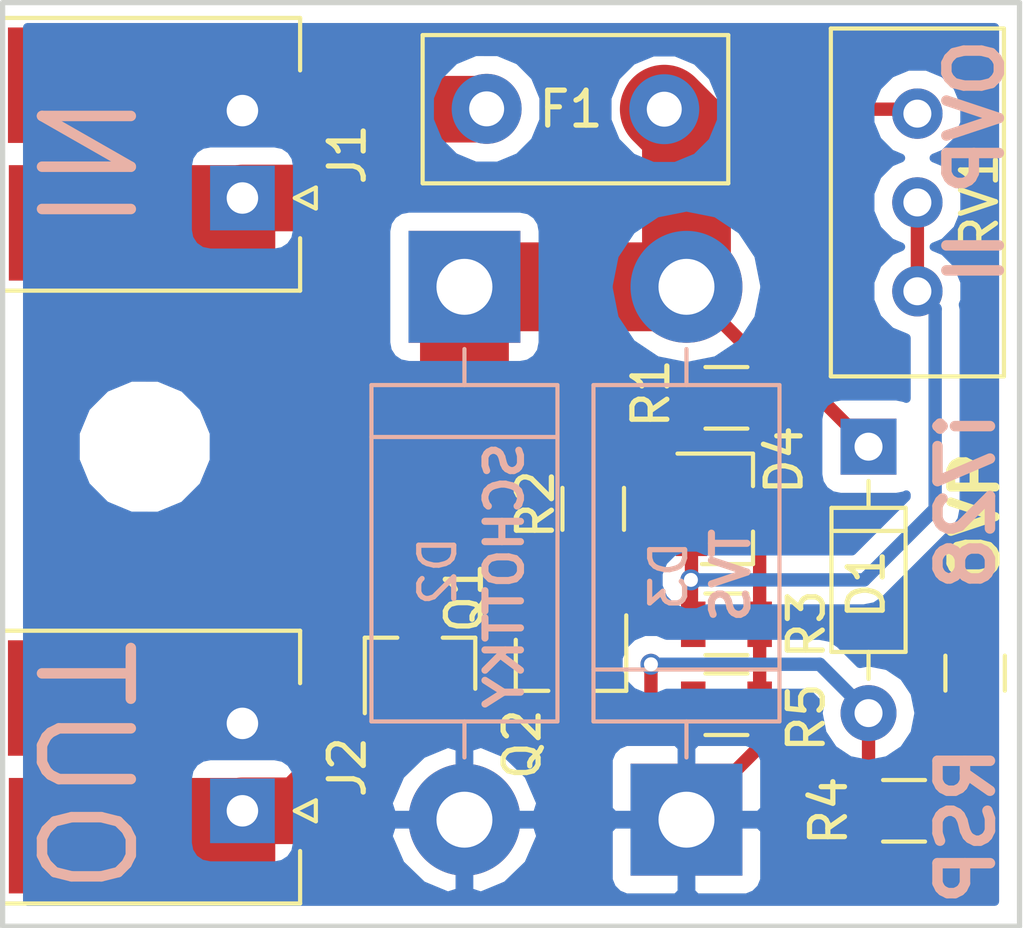
<source format=kicad_pcb>
(kicad_pcb (version 4) (host pcbnew 4.0.7)

  (general
    (links 31)
    (no_connects 0)
    (area 109.981429 102.097 143.209 129.615001)
    (thickness 1.6)
    (drawings 11)
    (tracks 60)
    (zones 0)
    (modules 17)
    (nets 10)
  )

  (page A4)
  (layers
    (0 F.Cu signal hide)
    (31 B.Cu signal hide)
    (32 B.Adhes user)
    (33 F.Adhes user)
    (34 B.Paste user)
    (35 F.Paste user)
    (36 B.SilkS user)
    (37 F.SilkS user hide)
    (38 B.Mask user)
    (39 F.Mask user)
    (40 Dwgs.User user)
    (41 Cmts.User user)
    (42 Eco1.User user)
    (43 Eco2.User user)
    (44 Edge.Cuts user)
    (45 Margin user)
    (46 B.CrtYd user)
    (47 F.CrtYd user)
    (48 B.Fab user hide)
    (49 F.Fab user hide)
  )

  (setup
    (last_trace_width 0.25)
    (user_trace_width 0.254)
    (user_trace_width 0.381)
    (user_trace_width 0.635)
    (user_trace_width 1.27)
    (user_trace_width 1.905)
    (user_trace_width 2.54)
    (trace_clearance 0.2)
    (zone_clearance 0.508)
    (zone_45_only no)
    (trace_min 0.2)
    (segment_width 0.2)
    (edge_width 0.15)
    (via_size 0.6)
    (via_drill 0.4)
    (via_min_size 0.4)
    (via_min_drill 0.3)
    (uvia_size 0.3)
    (uvia_drill 0.1)
    (uvias_allowed no)
    (uvia_min_size 0.2)
    (uvia_min_drill 0.1)
    (pcb_text_width 0.3)
    (pcb_text_size 1.5 1.5)
    (mod_edge_width 0.15)
    (mod_text_size 1 1)
    (mod_text_width 0.15)
    (pad_size 4.5 3.3)
    (pad_drill 0)
    (pad_to_mask_clearance 0.2)
    (aux_axis_origin 0 0)
    (grid_origin 120.904 108.712)
    (visible_elements 7FFEFFFF)
    (pcbplotparams
      (layerselection 0x010f0_80000001)
      (usegerberextensions true)
      (excludeedgelayer true)
      (linewidth 0.100000)
      (plotframeref false)
      (viasonmask false)
      (mode 1)
      (useauxorigin false)
      (hpglpennumber 1)
      (hpglpenspeed 20)
      (hpglpendiameter 15)
      (hpglpenoverlay 2)
      (psnegative false)
      (psa4output false)
      (plotreference true)
      (plotvalue true)
      (plotinvisibletext false)
      (padsonsilk false)
      (subtractmaskfromsilk false)
      (outputformat 1)
      (mirror false)
      (drillshape 0)
      (scaleselection 1)
      (outputdirectory ""))
  )

  (net 0 "")
  (net 1 "Net-(D1-Pad2)")
  (net 2 "Net-(D1-Pad1)")
  (net 3 "Net-(F1-Pad2)")
  (net 4 "Net-(D2-Pad2)")
  (net 5 "Net-(D4-Pad1)")
  (net 6 "Net-(D4-Pad2)")
  (net 7 "Net-(D5-Pad2)")
  (net 8 "Net-(J2-Pad1)")
  (net 9 "Net-(Q2-Pad1)")

  (net_class Default "This is the default net class."
    (clearance 0.2)
    (trace_width 0.25)
    (via_dia 0.6)
    (via_drill 0.4)
    (uvia_dia 0.3)
    (uvia_drill 0.1)
    (add_net "Net-(D1-Pad1)")
    (add_net "Net-(D1-Pad2)")
    (add_net "Net-(D2-Pad2)")
    (add_net "Net-(D4-Pad1)")
    (add_net "Net-(D4-Pad2)")
    (add_net "Net-(D5-Pad2)")
    (add_net "Net-(F1-Pad2)")
    (add_net "Net-(J2-Pad1)")
    (add_net "Net-(Q2-Pad1)")
  )

  (module Resistors_SMD:R_0805 (layer F.Cu) (tedit 5B5CFDD3) (tstamp 5A9370A8)
    (at 134.747 120.904)
    (descr "Resistor SMD 0805, reflow soldering, Vishay (see dcrcw.pdf)")
    (tags "resistor 0805")
    (path /5A935234)
    (attr smd)
    (fp_text reference R3 (at 2.286 0 90) (layer F.SilkS)
      (effects (font (size 1 1) (thickness 0.15)))
    )
    (fp_text value 2K2 (at 2.032 0 90) (layer F.Fab)
      (effects (font (size 1 1) (thickness 0.15)))
    )
    (fp_text user %R (at 0 0) (layer F.Fab)
      (effects (font (size 0.5 0.5) (thickness 0.075)))
    )
    (fp_line (start -1 0.62) (end -1 -0.62) (layer F.Fab) (width 0.1))
    (fp_line (start 1 0.62) (end -1 0.62) (layer F.Fab) (width 0.1))
    (fp_line (start 1 -0.62) (end 1 0.62) (layer F.Fab) (width 0.1))
    (fp_line (start -1 -0.62) (end 1 -0.62) (layer F.Fab) (width 0.1))
    (fp_line (start 0.6 0.88) (end -0.6 0.88) (layer F.SilkS) (width 0.12))
    (fp_line (start -0.6 -0.88) (end 0.6 -0.88) (layer F.SilkS) (width 0.12))
    (fp_line (start -1.55 -0.9) (end 1.55 -0.9) (layer F.CrtYd) (width 0.05))
    (fp_line (start -1.55 -0.9) (end -1.55 0.9) (layer F.CrtYd) (width 0.05))
    (fp_line (start 1.55 0.9) (end 1.55 -0.9) (layer F.CrtYd) (width 0.05))
    (fp_line (start 1.55 0.9) (end -1.55 0.9) (layer F.CrtYd) (width 0.05))
    (pad 1 smd rect (at -0.95 0) (size 0.7 1.3) (layers F.Cu F.Paste F.Mask)
      (net 6 "Net-(D4-Pad2)"))
    (pad 2 smd rect (at 0.95 0) (size 0.7 1.3) (layers F.Cu F.Paste F.Mask)
      (net 4 "Net-(D2-Pad2)"))
    (model ${KISYS3DMOD}/Resistors_SMD.3dshapes/R_0805.wrl
      (at (xyz 0 0 0))
      (scale (xyz 1 1 1))
      (rotate (xyz 0 0 0))
    )
  )

  (module Diodes_THT:D_DO-201AD_P15.24mm_Horizontal (layer B.Cu) (tedit 5B5D02BE) (tstamp 5B5CF9BE)
    (at 133.604 126.492 90)
    (descr "D, DO-201AD series, Axial, Horizontal, pin pitch=15.24mm, , length*diameter=9.5*5.2mm^2, , http://www.diodes.com/_files/packages/DO-201AD.pdf")
    (tags "D DO-201AD series Axial Horizontal pin pitch 15.24mm  length 9.5mm diameter 5.2mm")
    (path /5B5CDC32)
    (fp_text reference D3 (at 6.985 -0.508 90) (layer B.SilkS)
      (effects (font (size 1 1) (thickness 0.15)) (justify mirror))
    )
    (fp_text value 12V (at 7.62 -3.66 90) (layer B.Fab)
      (effects (font (size 1 1) (thickness 0.15)) (justify mirror))
    )
    (fp_text user "" (at 11.684 -10.795 90) (layer B.Fab)
      (effects (font (size 1 1) (thickness 0.15)) (justify mirror))
    )
    (fp_line (start 2.87 2.6) (end 2.87 -2.6) (layer B.Fab) (width 0.1))
    (fp_line (start 2.87 -2.6) (end 12.37 -2.6) (layer B.Fab) (width 0.1))
    (fp_line (start 12.37 -2.6) (end 12.37 2.6) (layer B.Fab) (width 0.1))
    (fp_line (start 12.37 2.6) (end 2.87 2.6) (layer B.Fab) (width 0.1))
    (fp_line (start 0 0) (end 2.87 0) (layer B.Fab) (width 0.1))
    (fp_line (start 15.24 0) (end 12.37 0) (layer B.Fab) (width 0.1))
    (fp_line (start 4.295 2.6) (end 4.295 -2.6) (layer B.Fab) (width 0.1))
    (fp_line (start 2.81 2.66) (end 2.81 -2.66) (layer B.SilkS) (width 0.12))
    (fp_line (start 2.81 -2.66) (end 12.43 -2.66) (layer B.SilkS) (width 0.12))
    (fp_line (start 12.43 -2.66) (end 12.43 2.66) (layer B.SilkS) (width 0.12))
    (fp_line (start 12.43 2.66) (end 2.81 2.66) (layer B.SilkS) (width 0.12))
    (fp_line (start 1.78 0) (end 2.81 0) (layer B.SilkS) (width 0.12))
    (fp_line (start 13.46 0) (end 12.43 0) (layer B.SilkS) (width 0.12))
    (fp_line (start 4.295 2.66) (end 4.295 -2.66) (layer B.SilkS) (width 0.12))
    (fp_line (start -1.85 2.95) (end -1.85 -2.95) (layer B.CrtYd) (width 0.05))
    (fp_line (start -1.85 -2.95) (end 17.1 -2.95) (layer B.CrtYd) (width 0.05))
    (fp_line (start 17.1 -2.95) (end 17.1 2.95) (layer B.CrtYd) (width 0.05))
    (fp_line (start 17.1 2.95) (end -1.85 2.95) (layer B.CrtYd) (width 0.05))
    (pad 1 thru_hole rect (at 0 0 90) (size 3.2 3.2) (drill 1.6) (layers *.Cu *.Mask)
      (net 4 "Net-(D2-Pad2)"))
    (pad 2 thru_hole oval (at 15.24 0 90) (size 3.2 3.2) (drill 1.6) (layers *.Cu *.Mask)
      (net 2 "Net-(D1-Pad1)"))
    (model ${KISYS3DMOD}/Diodes_THT.3dshapes/D_DO-201AD_P15.24mm_Horizontal.wrl
      (at (xyz 0 0 0))
      (scale (xyz 0.393701 0.393701 0.393701))
      (rotate (xyz 0 0 0))
    )
  )

  (module Diodes_THT:D_DO-201AD_P15.24mm_Horizontal (layer B.Cu) (tedit 5B5D02D2) (tstamp 5B5CF970)
    (at 127.254 111.252 270)
    (descr "D, DO-201AD series, Axial, Horizontal, pin pitch=15.24mm, , length*diameter=9.5*5.2mm^2, , http://www.diodes.com/_files/packages/DO-201AD.pdf")
    (tags "D DO-201AD series Axial Horizontal pin pitch 15.24mm  length 9.5mm diameter 5.2mm")
    (path /5A94AD25)
    (fp_text reference D2 (at 8.128 0.762 270) (layer B.SilkS)
      (effects (font (size 1 1) (thickness 0.15)) (justify mirror))
    )
    (fp_text value SR5100 (at 7.62 -3.66 270) (layer B.Fab)
      (effects (font (size 1 1) (thickness 0.15)) (justify mirror))
    )
    (fp_text user "" (at 6.477 3.429 270) (layer B.Fab)
      (effects (font (size 1 1) (thickness 0.15)) (justify mirror))
    )
    (fp_line (start 2.87 2.6) (end 2.87 -2.6) (layer B.Fab) (width 0.1))
    (fp_line (start 2.87 -2.6) (end 12.37 -2.6) (layer B.Fab) (width 0.1))
    (fp_line (start 12.37 -2.6) (end 12.37 2.6) (layer B.Fab) (width 0.1))
    (fp_line (start 12.37 2.6) (end 2.87 2.6) (layer B.Fab) (width 0.1))
    (fp_line (start 0 0) (end 2.87 0) (layer B.Fab) (width 0.1))
    (fp_line (start 15.24 0) (end 12.37 0) (layer B.Fab) (width 0.1))
    (fp_line (start 4.295 2.6) (end 4.295 -2.6) (layer B.Fab) (width 0.1))
    (fp_line (start 2.81 2.66) (end 2.81 -2.66) (layer B.SilkS) (width 0.12))
    (fp_line (start 2.81 -2.66) (end 12.43 -2.66) (layer B.SilkS) (width 0.12))
    (fp_line (start 12.43 -2.66) (end 12.43 2.66) (layer B.SilkS) (width 0.12))
    (fp_line (start 12.43 2.66) (end 2.81 2.66) (layer B.SilkS) (width 0.12))
    (fp_line (start 1.78 0) (end 2.81 0) (layer B.SilkS) (width 0.12))
    (fp_line (start 13.46 0) (end 12.43 0) (layer B.SilkS) (width 0.12))
    (fp_line (start 4.295 2.66) (end 4.295 -2.66) (layer B.SilkS) (width 0.12))
    (fp_line (start -1.85 2.95) (end -1.85 -2.95) (layer B.CrtYd) (width 0.05))
    (fp_line (start -1.85 -2.95) (end 17.1 -2.95) (layer B.CrtYd) (width 0.05))
    (fp_line (start 17.1 -2.95) (end 17.1 2.95) (layer B.CrtYd) (width 0.05))
    (fp_line (start 17.1 2.95) (end -1.85 2.95) (layer B.CrtYd) (width 0.05))
    (pad 1 thru_hole rect (at 0 0 270) (size 3.2 3.2) (drill 1.6) (layers *.Cu *.Mask)
      (net 2 "Net-(D1-Pad1)"))
    (pad 2 thru_hole oval (at 15.24 0 270) (size 3.2 3.2) (drill 1.6) (layers *.Cu *.Mask)
      (net 4 "Net-(D2-Pad2)"))
    (model ${KISYS3DMOD}/Diodes_THT.3dshapes/D_DO-201AD_P15.24mm_Horizontal.wrl
      (at (xyz 0 0 0))
      (scale (xyz 0.393701 0.393701 0.393701))
      (rotate (xyz 0 0 0))
    )
  )

  (module modules:JST_W_WIRE_PADS (layer F.Cu) (tedit 5A94A2AF) (tstamp 5A94A496)
    (at 120.904 108.712 90)
    (descr "JST EH series connector, S02B-EH, 2.50mm pitch, side entry")
    (tags "connector jst eh side horizontal angled")
    (path /5A9354CD)
    (fp_text reference J1 (at 1.25 3 90) (layer F.SilkS)
      (effects (font (size 1 1) (thickness 0.15)))
    )
    (fp_text value JST2.54 (at 1.25 -8 90) (layer F.Fab)
      (effects (font (size 1 1) (thickness 0.15)))
    )
    (fp_text user %R (at 1.25 -2 90) (layer F.Fab)
      (effects (font (size 1 1) (thickness 0.15)))
    )
    (fp_line (start -2.5 -6.7) (end -2.5 1.5) (layer F.Fab) (width 0.1))
    (fp_line (start -2.5 1.5) (end 5 1.5) (layer F.Fab) (width 0.1))
    (fp_line (start 5 1.5) (end 5 -6.7) (layer F.Fab) (width 0.1))
    (fp_line (start 5 -6.7) (end -2.5 -6.7) (layer F.Fab) (width 0.1))
    (fp_line (start -1.15 1.65) (end -2.65 1.65) (layer F.SilkS) (width 0.12))
    (fp_line (start -2.65 1.65) (end -2.65 -6.85) (layer F.SilkS) (width 0.12))
    (fp_line (start -2.65 -6.85) (end 5.15 -6.85) (layer F.SilkS) (width 0.12))
    (fp_line (start 5.15 -6.85) (end 5.15 1.65) (layer F.SilkS) (width 0.12))
    (fp_line (start 5.15 1.65) (end 3.65 1.65) (layer F.SilkS) (width 0.12))
    (fp_line (start 0 1.5) (end -0.3 2.1) (layer F.SilkS) (width 0.12))
    (fp_line (start -0.3 2.1) (end 0.3 2.1) (layer F.SilkS) (width 0.12))
    (fp_line (start 0.3 2.1) (end 0 1.5) (layer F.SilkS) (width 0.12))
    (fp_line (start 0 1.5) (end -0.3 2.1) (layer F.Fab) (width 0.1))
    (fp_line (start -0.3 2.1) (end 0.3 2.1) (layer F.Fab) (width 0.1))
    (fp_line (start 0.3 2.1) (end 0 1.5) (layer F.Fab) (width 0.1))
    (fp_line (start -3.15 -7.35) (end -3.15 2.15) (layer F.CrtYd) (width 0.05))
    (fp_line (start -3.15 2.15) (end 5.65 2.15) (layer F.CrtYd) (width 0.05))
    (fp_line (start 5.65 2.15) (end 5.65 -7.35) (layer F.CrtYd) (width 0.05))
    (fp_line (start 5.65 -7.35) (end -3.15 -7.35) (layer F.CrtYd) (width 0.05))
    (pad 1 thru_hole rect (at 0 0 90) (size 1.85 1.85) (drill 0.9) (layers *.Cu *.Mask)
      (net 3 "Net-(F1-Pad2)"))
    (pad 2 thru_hole circle (at 2.5 0 90) (size 1.85 1.85) (drill 0.9) (layers *.Cu *.Mask)
      (net 4 "Net-(D2-Pad2)") (zone_connect 2))
    (pad 1 smd rect (at -0.7112 -2.8702 90) (size 3.302 7.62) (layers F.Cu F.Paste F.Mask)
      (net 3 "Net-(F1-Pad2)"))
    (pad 2 smd rect (at 3.2258 -2.8956 90) (size 3.302 7.62) (layers F.Cu F.Paste F.Mask)
      (net 4 "Net-(D2-Pad2)"))
    (model Connectors_JST.3dshapes/JST_EH_S02B-EH_02x2.50mm_Angled.wrl
      (at (xyz 0 0 0))
      (scale (xyz 1 1 1))
      (rotate (xyz 0 0 0))
    )
  )

  (module Resistors_SMD:R_0805 (layer F.Cu) (tedit 5B5CFDFA) (tstamp 5A93709C)
    (at 134.747 114.427)
    (descr "Resistor SMD 0805, reflow soldering, Vishay (see dcrcw.pdf)")
    (tags "resistor 0805")
    (path /5A93589D)
    (attr smd)
    (fp_text reference R1 (at -2.159 -0.127 90) (layer F.SilkS)
      (effects (font (size 1 1) (thickness 0.15)))
    )
    (fp_text value 470 (at 0 1.524) (layer F.Fab)
      (effects (font (size 1 1) (thickness 0.15)))
    )
    (fp_text user %R (at 0 0) (layer F.Fab)
      (effects (font (size 0.5 0.5) (thickness 0.075)))
    )
    (fp_line (start -1 0.62) (end -1 -0.62) (layer F.Fab) (width 0.1))
    (fp_line (start 1 0.62) (end -1 0.62) (layer F.Fab) (width 0.1))
    (fp_line (start 1 -0.62) (end 1 0.62) (layer F.Fab) (width 0.1))
    (fp_line (start -1 -0.62) (end 1 -0.62) (layer F.Fab) (width 0.1))
    (fp_line (start 0.6 0.88) (end -0.6 0.88) (layer F.SilkS) (width 0.12))
    (fp_line (start -0.6 -0.88) (end 0.6 -0.88) (layer F.SilkS) (width 0.12))
    (fp_line (start -1.55 -0.9) (end 1.55 -0.9) (layer F.CrtYd) (width 0.05))
    (fp_line (start -1.55 -0.9) (end -1.55 0.9) (layer F.CrtYd) (width 0.05))
    (fp_line (start 1.55 0.9) (end 1.55 -0.9) (layer F.CrtYd) (width 0.05))
    (fp_line (start 1.55 0.9) (end -1.55 0.9) (layer F.CrtYd) (width 0.05))
    (pad 1 smd rect (at -0.95 0) (size 0.7 1.3) (layers F.Cu F.Paste F.Mask)
      (net 5 "Net-(D4-Pad1)"))
    (pad 2 smd rect (at 0.95 0) (size 0.7 1.3) (layers F.Cu F.Paste F.Mask)
      (net 2 "Net-(D1-Pad1)"))
    (model ${KISYS3DMOD}/Resistors_SMD.3dshapes/R_0805.wrl
      (at (xyz 0 0 0))
      (scale (xyz 1 1 1))
      (rotate (xyz 0 0 0))
    )
  )

  (module Resistors_SMD:R_0805 (layer F.Cu) (tedit 5B5CFDFE) (tstamp 5A9370A2)
    (at 130.937 117.602 90)
    (descr "Resistor SMD 0805, reflow soldering, Vishay (see dcrcw.pdf)")
    (tags "resistor 0805")
    (path /5A935947)
    (attr smd)
    (fp_text reference R2 (at 0.127 -1.651 270) (layer F.SilkS)
      (effects (font (size 1 1) (thickness 0.15)))
    )
    (fp_text value 4K7 (at 0 1.524 90) (layer F.Fab)
      (effects (font (size 1 1) (thickness 0.15)))
    )
    (fp_text user %R (at 0 0 90) (layer F.Fab)
      (effects (font (size 0.5 0.5) (thickness 0.075)))
    )
    (fp_line (start -1 0.62) (end -1 -0.62) (layer F.Fab) (width 0.1))
    (fp_line (start 1 0.62) (end -1 0.62) (layer F.Fab) (width 0.1))
    (fp_line (start 1 -0.62) (end 1 0.62) (layer F.Fab) (width 0.1))
    (fp_line (start -1 -0.62) (end 1 -0.62) (layer F.Fab) (width 0.1))
    (fp_line (start 0.6 0.88) (end -0.6 0.88) (layer F.SilkS) (width 0.12))
    (fp_line (start -0.6 -0.88) (end 0.6 -0.88) (layer F.SilkS) (width 0.12))
    (fp_line (start -1.55 -0.9) (end 1.55 -0.9) (layer F.CrtYd) (width 0.05))
    (fp_line (start -1.55 -0.9) (end -1.55 0.9) (layer F.CrtYd) (width 0.05))
    (fp_line (start 1.55 0.9) (end 1.55 -0.9) (layer F.CrtYd) (width 0.05))
    (fp_line (start 1.55 0.9) (end -1.55 0.9) (layer F.CrtYd) (width 0.05))
    (pad 1 smd rect (at -0.95 0 90) (size 0.7 1.3) (layers F.Cu F.Paste F.Mask)
      (net 9 "Net-(Q2-Pad1)"))
    (pad 2 smd rect (at 0.95 0 90) (size 0.7 1.3) (layers F.Cu F.Paste F.Mask)
      (net 5 "Net-(D4-Pad1)"))
    (model ${KISYS3DMOD}/Resistors_SMD.3dshapes/R_0805.wrl
      (at (xyz 0 0 0))
      (scale (xyz 1 1 1))
      (rotate (xyz 0 0 0))
    )
  )

  (module Resistors_SMD:R_0805 (layer F.Cu) (tedit 5B5D0130) (tstamp 5A9370AE)
    (at 139.827 126.238)
    (descr "Resistor SMD 0805, reflow soldering, Vishay (see dcrcw.pdf)")
    (tags "resistor 0805")
    (path /5B5CD961)
    (attr smd)
    (fp_text reference R4 (at -2.159 0 270) (layer F.SilkS)
      (effects (font (size 1 1) (thickness 0.15)))
    )
    (fp_text value 1K (at 0 1.75) (layer F.Fab)
      (effects (font (size 1 1) (thickness 0.15)))
    )
    (fp_text user %R (at 0 0) (layer F.Fab)
      (effects (font (size 0.5 0.5) (thickness 0.075)))
    )
    (fp_line (start -1 0.62) (end -1 -0.62) (layer F.Fab) (width 0.1))
    (fp_line (start 1 0.62) (end -1 0.62) (layer F.Fab) (width 0.1))
    (fp_line (start 1 -0.62) (end 1 0.62) (layer F.Fab) (width 0.1))
    (fp_line (start -1 -0.62) (end 1 -0.62) (layer F.Fab) (width 0.1))
    (fp_line (start 0.6 0.88) (end -0.6 0.88) (layer F.SilkS) (width 0.12))
    (fp_line (start -0.6 -0.88) (end 0.6 -0.88) (layer F.SilkS) (width 0.12))
    (fp_line (start -1.55 -0.9) (end 1.55 -0.9) (layer F.CrtYd) (width 0.05))
    (fp_line (start -1.55 -0.9) (end -1.55 0.9) (layer F.CrtYd) (width 0.05))
    (fp_line (start 1.55 0.9) (end 1.55 -0.9) (layer F.CrtYd) (width 0.05))
    (fp_line (start 1.55 0.9) (end -1.55 0.9) (layer F.CrtYd) (width 0.05))
    (pad 1 smd rect (at -0.95 0) (size 0.7 1.3) (layers F.Cu F.Paste F.Mask)
      (net 1 "Net-(D1-Pad2)"))
    (pad 2 smd rect (at 0.95 0) (size 0.7 1.3) (layers F.Cu F.Paste F.Mask)
      (net 7 "Net-(D5-Pad2)"))
    (model ${KISYS3DMOD}/Resistors_SMD.3dshapes/R_0805.wrl
      (at (xyz 0 0 0))
      (scale (xyz 1 1 1))
      (rotate (xyz 0 0 0))
    )
  )

  (module TO_SOT_Packages_SMD:SOT-23 (layer F.Cu) (tedit 5B5CF9F6) (tstamp 5A937096)
    (at 125.984 122.047 90)
    (descr "SOT-23, Standard")
    (tags SOT-23)
    (path /5B5CD658)
    (attr smd)
    (fp_text reference Q1 (at 1.905 1.27 90) (layer F.SilkS)
      (effects (font (size 1 1) (thickness 0.15)))
    )
    (fp_text value AO3401 (at 0 2.5 90) (layer F.Fab)
      (effects (font (size 1 1) (thickness 0.15)))
    )
    (fp_text user %R (at 0 0 180) (layer F.Fab)
      (effects (font (size 0.5 0.5) (thickness 0.075)))
    )
    (fp_line (start -0.7 -0.95) (end -0.7 1.5) (layer F.Fab) (width 0.1))
    (fp_line (start -0.15 -1.52) (end 0.7 -1.52) (layer F.Fab) (width 0.1))
    (fp_line (start -0.7 -0.95) (end -0.15 -1.52) (layer F.Fab) (width 0.1))
    (fp_line (start 0.7 -1.52) (end 0.7 1.52) (layer F.Fab) (width 0.1))
    (fp_line (start -0.7 1.52) (end 0.7 1.52) (layer F.Fab) (width 0.1))
    (fp_line (start 0.76 1.58) (end 0.76 0.65) (layer F.SilkS) (width 0.12))
    (fp_line (start 0.76 -1.58) (end 0.76 -0.65) (layer F.SilkS) (width 0.12))
    (fp_line (start -1.7 -1.75) (end 1.7 -1.75) (layer F.CrtYd) (width 0.05))
    (fp_line (start 1.7 -1.75) (end 1.7 1.75) (layer F.CrtYd) (width 0.05))
    (fp_line (start 1.7 1.75) (end -1.7 1.75) (layer F.CrtYd) (width 0.05))
    (fp_line (start -1.7 1.75) (end -1.7 -1.75) (layer F.CrtYd) (width 0.05))
    (fp_line (start 0.76 -1.58) (end -1.4 -1.58) (layer F.SilkS) (width 0.12))
    (fp_line (start 0.76 1.58) (end -0.7 1.58) (layer F.SilkS) (width 0.12))
    (pad 1 smd rect (at -1 -0.95 90) (size 0.9 0.8) (layers F.Cu F.Paste F.Mask)
      (net 8 "Net-(J2-Pad1)"))
    (pad 2 smd rect (at -1 0.95 90) (size 0.9 0.8) (layers F.Cu F.Paste F.Mask)
      (net 1 "Net-(D1-Pad2)"))
    (pad 3 smd rect (at 1 0 90) (size 0.9 0.8) (layers F.Cu F.Paste F.Mask)
      (net 2 "Net-(D1-Pad1)"))
    (model ${KISYS3DMOD}/TO_SOT_Packages_SMD.3dshapes/SOT-23.wrl
      (at (xyz 0 0 0))
      (scale (xyz 1 1 1))
      (rotate (xyz 0 0 0))
    )
  )

  (module Potentiometers:Potentiometer_Trimmer_Suntan_TSR-3386C_Vertical (layer F.Cu) (tedit 5A94859D) (tstamp 5A9370B5)
    (at 140.208 106.299)
    (descr "Potentiometer, vertically mounted, Omeg PC16PU, Omeg PC16PU, Omeg PC16PU, Vishay/Spectrol 248GJ/249GJ Single, Vishay/Spectrol 248GJ/249GJ Single, Vishay/Spectrol 248GJ/249GJ Single, Vishay/Spectrol 248GH/249GH Single, Vishay/Spectrol 148/149 Single, Vishay/Spectrol 148/149 Single, Vishay/Spectrol 148/149 Single, Vishay/Spectrol 148A/149A Single with mounting plates, Vishay/Spectrol 148/149 Double, Vishay/Spectrol 148A/149A Double with mounting plates, Piher PC-16 Single, Piher PC-16 Single, Piher PC-16 Single, Piher PC-16SV Single, Piher PC-16 Double, Piher PC-16 Triple, Piher T16H Single, Piher T16L Single, Piher T16H Double, Alps RK163 Single, Alps RK163 Double, Alps RK097 Single, Alps RK097 Double, Bourns PTV09A-2 Single with mounting sleve Single, Bourns PTV09A-1 with mounting sleve Single, Bourns PRS11S Single, Alps RK09K Single with mounting sleve Single, Alps RK09K with mounting sleve Single, Alps RK09L Single, Alps RK09L Single, Alps RK09L Double, Alps RK09L Double, Alps RK09Y Single, Bourns 3339S Single, Bourns 3339S Single, Bourns 3339P Single, Bourns 3339H Single, Vishay T7YA Single, Suntan TSR-3386H Single, Suntan TSR-3386H Single, http://www.Suntan.com/docs/51016/TSR-3386.pdf")
    (tags "Potentiometer vertical  Omeg PC16PU  Omeg PC16PU  Omeg PC16PU  Vishay/Spectrol 248GJ/249GJ Single  Vishay/Spectrol 248GJ/249GJ Single  Vishay/Spectrol 248GJ/249GJ Single  Vishay/Spectrol 248GH/249GH Single  Vishay/Spectrol 148/149 Single  Vishay/Spectrol 148/149 Single  Vishay/Spectrol 148/149 Single  Vishay/Spectrol 148A/149A Single with mounting plates  Vishay/Spectrol 148/149 Double  Vishay/Spectrol 148A/149A Double with mounting plates  Piher PC-16 Single  Piher PC-16 Single  Piher PC-16 Single  Piher PC-16SV Single  Piher PC-16 Double  Piher PC-16 Triple  Piher T16H Single  Piher T16L Single  Piher T16H Double  Alps RK163 Single  Alps RK163 Double  Alps RK097 Single  Alps RK097 Double  Bourns PTV09A-2 Single with mounting sleve Single  Bourns PTV09A-1 with mounting sleve Single  Bourns PRS11S Single  Alps RK09K Single with mounting sleve Single  Alps RK09K with mounting sleve Single  Alps RK09L Single  Alps RK09L Single  Alps RK09L Double  Alps RK09L Double  Alps RK09Y Single  Bourns 3339S Single  Bourns 3339S Single  Bourns 3339P Single  Bourns 3339H Single  Vishay T7YA Single  Suntan TSR-3386H Single  Suntan TSR-3386H Single")
    (path /5A93535D)
    (fp_text reference RV1 (at 1.778 2.54 90) (layer F.SilkS)
      (effects (font (size 1 1) (thickness 0.15)))
    )
    (fp_text value 5K (at 0 8.705) (layer F.Fab)
      (effects (font (size 1 1) (thickness 0.15)))
    )
    (fp_line (start 2.415 -2.375) (end 2.415 7.455) (layer F.Fab) (width 0.1))
    (fp_line (start 2.415 7.455) (end -2.415 7.455) (layer F.Fab) (width 0.1))
    (fp_line (start -2.415 7.455) (end -2.415 -2.375) (layer F.Fab) (width 0.1))
    (fp_line (start -2.415 -2.375) (end 2.415 -2.375) (layer F.Fab) (width 0.1))
    (fp_line (start -2.475 -2.435) (end 2.475 -2.435) (layer F.SilkS) (width 0.12))
    (fp_line (start -2.475 7.515) (end 2.475 7.515) (layer F.SilkS) (width 0.12))
    (fp_line (start 2.475 -2.435) (end 2.475 7.515) (layer F.SilkS) (width 0.12))
    (fp_line (start -2.475 -2.435) (end -2.475 7.515) (layer F.SilkS) (width 0.12))
    (fp_line (start -2.7 -2.65) (end -2.7 7.75) (layer F.CrtYd) (width 0.05))
    (fp_line (start -2.7 7.75) (end 2.7 7.75) (layer F.CrtYd) (width 0.05))
    (fp_line (start 2.7 7.75) (end 2.7 -2.65) (layer F.CrtYd) (width 0.05))
    (fp_line (start 2.7 -2.65) (end -2.7 -2.65) (layer F.CrtYd) (width 0.05))
    (pad 3 thru_hole circle (at 0 5.08) (size 1.44 1.44) (drill 0.8) (layers *.Cu *.Mask)
      (net 6 "Net-(D4-Pad2)"))
    (pad 2 thru_hole circle (at 0 2.54) (size 1.44 1.44) (drill 0.8) (layers *.Cu *.Mask)
      (net 6 "Net-(D4-Pad2)"))
    (pad 1 thru_hole circle (at 0 0) (size 1.44 1.44) (drill 0.8) (layers *.Cu *.Mask)
      (net 2 "Net-(D1-Pad1)"))
    (model Potentiometers.3dshapes/Potentiometer_Trimmer_Suntan_TSR-3386C_Vertical.wrl
      (at (xyz 0 0 0))
      (scale (xyz 0.393701 0.393701 0.393701))
      (rotate (xyz 0 0 0))
    )
  )

  (module modules:JST_W_WIRE_PADS (layer F.Cu) (tedit 5A94A2CC) (tstamp 5A94A53F)
    (at 120.904 126.238 90)
    (descr "JST EH series connector, S02B-EH, 2.50mm pitch, side entry")
    (tags "connector jst eh side horizontal angled")
    (path /5A935550)
    (fp_text reference J2 (at 1.25 3 90) (layer F.SilkS)
      (effects (font (size 1 1) (thickness 0.15)))
    )
    (fp_text value JST2.54 (at 1.25 -8 90) (layer F.Fab)
      (effects (font (size 1 1) (thickness 0.15)))
    )
    (fp_text user %R (at 1.25 -2 90) (layer F.Fab)
      (effects (font (size 1 1) (thickness 0.15)))
    )
    (fp_line (start -2.5 -6.7) (end -2.5 1.5) (layer F.Fab) (width 0.1))
    (fp_line (start -2.5 1.5) (end 5 1.5) (layer F.Fab) (width 0.1))
    (fp_line (start 5 1.5) (end 5 -6.7) (layer F.Fab) (width 0.1))
    (fp_line (start 5 -6.7) (end -2.5 -6.7) (layer F.Fab) (width 0.1))
    (fp_line (start -1.15 1.65) (end -2.65 1.65) (layer F.SilkS) (width 0.12))
    (fp_line (start -2.65 1.65) (end -2.65 -6.85) (layer F.SilkS) (width 0.12))
    (fp_line (start -2.65 -6.85) (end 5.15 -6.85) (layer F.SilkS) (width 0.12))
    (fp_line (start 5.15 -6.85) (end 5.15 1.65) (layer F.SilkS) (width 0.12))
    (fp_line (start 5.15 1.65) (end 3.65 1.65) (layer F.SilkS) (width 0.12))
    (fp_line (start 0 1.5) (end -0.3 2.1) (layer F.SilkS) (width 0.12))
    (fp_line (start -0.3 2.1) (end 0.3 2.1) (layer F.SilkS) (width 0.12))
    (fp_line (start 0.3 2.1) (end 0 1.5) (layer F.SilkS) (width 0.12))
    (fp_line (start 0 1.5) (end -0.3 2.1) (layer F.Fab) (width 0.1))
    (fp_line (start -0.3 2.1) (end 0.3 2.1) (layer F.Fab) (width 0.1))
    (fp_line (start 0.3 2.1) (end 0 1.5) (layer F.Fab) (width 0.1))
    (fp_line (start -3.15 -7.35) (end -3.15 2.15) (layer F.CrtYd) (width 0.05))
    (fp_line (start -3.15 2.15) (end 5.65 2.15) (layer F.CrtYd) (width 0.05))
    (fp_line (start 5.65 2.15) (end 5.65 -7.35) (layer F.CrtYd) (width 0.05))
    (fp_line (start 5.65 -7.35) (end -3.15 -7.35) (layer F.CrtYd) (width 0.05))
    (pad 1 thru_hole rect (at 0 0 90) (size 1.85 1.85) (drill 0.9) (layers *.Cu *.Mask)
      (net 8 "Net-(J2-Pad1)"))
    (pad 2 thru_hole circle (at 2.5 0 90) (size 1.85 1.85) (drill 0.9) (layers *.Cu *.Mask)
      (net 4 "Net-(D2-Pad2)") (zone_connect 2))
    (pad 1 smd rect (at -0.7112 -2.8702 90) (size 3.302 7.62) (layers F.Cu F.Paste F.Mask)
      (net 8 "Net-(J2-Pad1)"))
    (pad 2 smd rect (at 3.2258 -2.8956 90) (size 3.302 7.62) (layers F.Cu F.Paste F.Mask)
      (net 4 "Net-(D2-Pad2)"))
    (model Connectors_JST.3dshapes/JST_EH_S02B-EH_02x2.50mm_Angled.wrl
      (at (xyz 0 0 0))
      (scale (xyz 1 1 1))
      (rotate (xyz 0 0 0))
    )
  )

  (module Mounting_Holes:MountingHole_2.7mm (layer F.Cu) (tedit 5B5CF193) (tstamp 5A94FECC)
    (at 118.11 115.824)
    (descr "Mounting Hole 2.7mm, no annular")
    (tags "mounting hole 2.7mm no annular")
    (attr virtual)
    (fp_text reference "" (at 0 -3.7) (layer F.SilkS) hide
      (effects (font (size 1 1) (thickness 0.15)))
    )
    (fp_text value MountingHole_2.7mm (at 0 3.7) (layer F.Fab)
      (effects (font (size 1 1) (thickness 0.15)))
    )
    (fp_text user %R (at 0.3 0) (layer F.Fab) hide
      (effects (font (size 1 1) (thickness 0.15)))
    )
    (fp_circle (center 0 0) (end 2.7 0) (layer Cmts.User) (width 0.15))
    (fp_circle (center 0 0) (end 2.95 0) (layer F.CrtYd) (width 0.05))
    (pad 1 np_thru_hole circle (at 0 0) (size 2.7 2.7) (drill 2.7) (layers *.Cu *.Mask))
  )

  (module TO_SOT_Packages_SMD:SOT-23 (layer F.Cu) (tedit 5B5CFDF5) (tstamp 5B5CDD81)
    (at 134.747 117.602)
    (descr "SOT-23, Standard")
    (tags SOT-23)
    (path /5A944FBC)
    (attr smd)
    (fp_text reference D4 (at 1.651 -1.397 90) (layer F.SilkS)
      (effects (font (size 1 1) (thickness 0.15)))
    )
    (fp_text value TL431DBZ (at 0 2.5) (layer F.Fab)
      (effects (font (size 1 1) (thickness 0.15)))
    )
    (fp_text user %R (at 0 0 90) (layer F.Fab)
      (effects (font (size 0.5 0.5) (thickness 0.075)))
    )
    (fp_line (start -0.7 -0.95) (end -0.7 1.5) (layer F.Fab) (width 0.1))
    (fp_line (start -0.15 -1.52) (end 0.7 -1.52) (layer F.Fab) (width 0.1))
    (fp_line (start -0.7 -0.95) (end -0.15 -1.52) (layer F.Fab) (width 0.1))
    (fp_line (start 0.7 -1.52) (end 0.7 1.52) (layer F.Fab) (width 0.1))
    (fp_line (start -0.7 1.52) (end 0.7 1.52) (layer F.Fab) (width 0.1))
    (fp_line (start 0.76 1.58) (end 0.76 0.65) (layer F.SilkS) (width 0.12))
    (fp_line (start 0.76 -1.58) (end 0.76 -0.65) (layer F.SilkS) (width 0.12))
    (fp_line (start -1.7 -1.75) (end 1.7 -1.75) (layer F.CrtYd) (width 0.05))
    (fp_line (start 1.7 -1.75) (end 1.7 1.75) (layer F.CrtYd) (width 0.05))
    (fp_line (start 1.7 1.75) (end -1.7 1.75) (layer F.CrtYd) (width 0.05))
    (fp_line (start -1.7 1.75) (end -1.7 -1.75) (layer F.CrtYd) (width 0.05))
    (fp_line (start 0.76 -1.58) (end -1.4 -1.58) (layer F.SilkS) (width 0.12))
    (fp_line (start 0.76 1.58) (end -0.7 1.58) (layer F.SilkS) (width 0.12))
    (pad 1 smd rect (at -1 -0.95) (size 0.9 0.8) (layers F.Cu F.Paste F.Mask)
      (net 5 "Net-(D4-Pad1)"))
    (pad 2 smd rect (at -1 0.95) (size 0.9 0.8) (layers F.Cu F.Paste F.Mask)
      (net 6 "Net-(D4-Pad2)"))
    (pad 3 smd rect (at 1 0) (size 0.9 0.8) (layers F.Cu F.Paste F.Mask)
      (net 4 "Net-(D2-Pad2)"))
    (model ${KISYS3DMOD}/TO_SOT_Packages_SMD.3dshapes/SOT-23.wrl
      (at (xyz 0 0 0))
      (scale (xyz 1 1 1))
      (rotate (xyz 0 0 0))
    )
  )

  (module Capacitors_SMD:C_0805_HandSoldering (layer F.Cu) (tedit 5B5D0125) (tstamp 5B5CDD87)
    (at 141.859 122.301 270)
    (descr "Capacitor SMD 0805, hand soldering")
    (tags "capacitor 0805")
    (path /5B5CD7C4)
    (attr smd)
    (fp_text reference D5 (at -0.381 1.524 270) (layer F.SilkS) hide
      (effects (font (size 1 1) (thickness 0.15)))
    )
    (fp_text value OVERVOLT (at 0 1.75 270) (layer F.Fab)
      (effects (font (size 1 1) (thickness 0.15)))
    )
    (fp_text user %R (at 0 -1.75 270) (layer F.Fab)
      (effects (font (size 1 1) (thickness 0.15)))
    )
    (fp_line (start -1 0.62) (end -1 -0.62) (layer F.Fab) (width 0.1))
    (fp_line (start 1 0.62) (end -1 0.62) (layer F.Fab) (width 0.1))
    (fp_line (start 1 -0.62) (end 1 0.62) (layer F.Fab) (width 0.1))
    (fp_line (start -1 -0.62) (end 1 -0.62) (layer F.Fab) (width 0.1))
    (fp_line (start 0.5 -0.85) (end -0.5 -0.85) (layer F.SilkS) (width 0.12))
    (fp_line (start -0.5 0.85) (end 0.5 0.85) (layer F.SilkS) (width 0.12))
    (fp_line (start -2.25 -0.88) (end 2.25 -0.88) (layer F.CrtYd) (width 0.05))
    (fp_line (start -2.25 -0.88) (end -2.25 0.87) (layer F.CrtYd) (width 0.05))
    (fp_line (start 2.25 0.87) (end 2.25 -0.88) (layer F.CrtYd) (width 0.05))
    (fp_line (start 2.25 0.87) (end -2.25 0.87) (layer F.CrtYd) (width 0.05))
    (pad 1 smd rect (at -1.25 0 270) (size 1.5 1.25) (layers F.Cu F.Paste F.Mask)
      (net 4 "Net-(D2-Pad2)"))
    (pad 2 smd rect (at 1.25 0 270) (size 1.5 1.25) (layers F.Cu F.Paste F.Mask)
      (net 7 "Net-(D5-Pad2)"))
    (model Capacitors_SMD.3dshapes/C_0805.wrl
      (at (xyz 0 0 0))
      (scale (xyz 1 1 1))
      (rotate (xyz 0 0 0))
    )
  )

  (module Resistors_SMD:R_0805 (layer F.Cu) (tedit 5B5CFDF0) (tstamp 5B5CDD8D)
    (at 134.747 123.19 180)
    (descr "Resistor SMD 0805, reflow soldering, Vishay (see dcrcw.pdf)")
    (tags "resistor 0805")
    (path /5A945B3A)
    (attr smd)
    (fp_text reference R5 (at -2.286 -0.381 270) (layer F.SilkS)
      (effects (font (size 1 1) (thickness 0.15)))
    )
    (fp_text value 10K (at 0 1.75 180) (layer F.Fab)
      (effects (font (size 1 1) (thickness 0.15)))
    )
    (fp_text user %R (at 0 0 180) (layer F.Fab)
      (effects (font (size 0.5 0.5) (thickness 0.075)))
    )
    (fp_line (start -1 0.62) (end -1 -0.62) (layer F.Fab) (width 0.1))
    (fp_line (start 1 0.62) (end -1 0.62) (layer F.Fab) (width 0.1))
    (fp_line (start 1 -0.62) (end 1 0.62) (layer F.Fab) (width 0.1))
    (fp_line (start -1 -0.62) (end 1 -0.62) (layer F.Fab) (width 0.1))
    (fp_line (start 0.6 0.88) (end -0.6 0.88) (layer F.SilkS) (width 0.12))
    (fp_line (start -0.6 -0.88) (end 0.6 -0.88) (layer F.SilkS) (width 0.12))
    (fp_line (start -1.55 -0.9) (end 1.55 -0.9) (layer F.CrtYd) (width 0.05))
    (fp_line (start -1.55 -0.9) (end -1.55 0.9) (layer F.CrtYd) (width 0.05))
    (fp_line (start 1.55 0.9) (end 1.55 -0.9) (layer F.CrtYd) (width 0.05))
    (fp_line (start 1.55 0.9) (end -1.55 0.9) (layer F.CrtYd) (width 0.05))
    (pad 1 smd rect (at -0.95 0 180) (size 0.7 1.3) (layers F.Cu F.Paste F.Mask)
      (net 4 "Net-(D2-Pad2)"))
    (pad 2 smd rect (at 0.95 0 180) (size 0.7 1.3) (layers F.Cu F.Paste F.Mask)
      (net 1 "Net-(D1-Pad2)"))
    (model ${KISYS3DMOD}/Resistors_SMD.3dshapes/R_0805.wrl
      (at (xyz 0 0 0))
      (scale (xyz 1 1 1))
      (rotate (xyz 0 0 0))
    )
  )

  (module TO_SOT_Packages_SMD:SOT-23 (layer F.Cu) (tedit 5B5CF9D7) (tstamp 5B5CDEA9)
    (at 130.302 122.047 270)
    (descr "SOT-23, Standard")
    (tags SOT-23)
    (path /5A98D8E7)
    (attr smd)
    (fp_text reference Q2 (at 2.286 1.397 270) (layer F.SilkS)
      (effects (font (size 1 1) (thickness 0.15)))
    )
    (fp_text value MMBT3906 (at 0 2.5 270) (layer F.Fab)
      (effects (font (size 1 1) (thickness 0.15)))
    )
    (fp_text user %R (at 0 0 360) (layer F.Fab)
      (effects (font (size 0.5 0.5) (thickness 0.075)))
    )
    (fp_line (start -0.7 -0.95) (end -0.7 1.5) (layer F.Fab) (width 0.1))
    (fp_line (start -0.15 -1.52) (end 0.7 -1.52) (layer F.Fab) (width 0.1))
    (fp_line (start -0.7 -0.95) (end -0.15 -1.52) (layer F.Fab) (width 0.1))
    (fp_line (start 0.7 -1.52) (end 0.7 1.52) (layer F.Fab) (width 0.1))
    (fp_line (start -0.7 1.52) (end 0.7 1.52) (layer F.Fab) (width 0.1))
    (fp_line (start 0.76 1.58) (end 0.76 0.65) (layer F.SilkS) (width 0.12))
    (fp_line (start 0.76 -1.58) (end 0.76 -0.65) (layer F.SilkS) (width 0.12))
    (fp_line (start -1.7 -1.75) (end 1.7 -1.75) (layer F.CrtYd) (width 0.05))
    (fp_line (start 1.7 -1.75) (end 1.7 1.75) (layer F.CrtYd) (width 0.05))
    (fp_line (start 1.7 1.75) (end -1.7 1.75) (layer F.CrtYd) (width 0.05))
    (fp_line (start -1.7 1.75) (end -1.7 -1.75) (layer F.CrtYd) (width 0.05))
    (fp_line (start 0.76 -1.58) (end -1.4 -1.58) (layer F.SilkS) (width 0.12))
    (fp_line (start 0.76 1.58) (end -0.7 1.58) (layer F.SilkS) (width 0.12))
    (pad 1 smd rect (at -1 -0.95 270) (size 0.9 0.8) (layers F.Cu F.Paste F.Mask)
      (net 9 "Net-(Q2-Pad1)"))
    (pad 2 smd rect (at -1 0.95 270) (size 0.9 0.8) (layers F.Cu F.Paste F.Mask)
      (net 2 "Net-(D1-Pad1)"))
    (pad 3 smd rect (at 1 0 270) (size 0.9 0.8) (layers F.Cu F.Paste F.Mask)
      (net 1 "Net-(D1-Pad2)"))
    (model ${KISYS3DMOD}/TO_SOT_Packages_SMD.3dshapes/SOT-23.wrl
      (at (xyz 0 0 0))
      (scale (xyz 1 1 1))
      (rotate (xyz 0 0 0))
    )
  )

  (module Diodes_THT:D_DO-35_SOD27_P7.62mm_Horizontal (layer F.Cu) (tedit 5B5CDFEF) (tstamp 5A94510D)
    (at 138.811 115.824 270)
    (descr "D, DO-35_SOD27 series, Axial, Horizontal, pin pitch=7.62mm, , length*diameter=4*2mm^2, , http://www.diodes.com/_files/packages/DO-35.pdf")
    (tags "D DO-35_SOD27 series Axial Horizontal pin pitch 7.62mm  length 4mm diameter 2mm")
    (path /5B5CE186)
    (fp_text reference D1 (at 3.937 0.0635 270) (layer F.SilkS)
      (effects (font (size 1 1) (thickness 0.15)))
    )
    (fp_text value 5V (at 3.81 2.06 270) (layer F.Fab)
      (effects (font (size 1 1) (thickness 0.15)))
    )
    (fp_text user %R (at 3.81 0 270) (layer F.Fab)
      (effects (font (size 1 1) (thickness 0.15)))
    )
    (fp_line (start 1.81 -1) (end 1.81 1) (layer F.Fab) (width 0.1))
    (fp_line (start 1.81 1) (end 5.81 1) (layer F.Fab) (width 0.1))
    (fp_line (start 5.81 1) (end 5.81 -1) (layer F.Fab) (width 0.1))
    (fp_line (start 5.81 -1) (end 1.81 -1) (layer F.Fab) (width 0.1))
    (fp_line (start 0 0) (end 1.81 0) (layer F.Fab) (width 0.1))
    (fp_line (start 7.62 0) (end 5.81 0) (layer F.Fab) (width 0.1))
    (fp_line (start 2.41 -1) (end 2.41 1) (layer F.Fab) (width 0.1))
    (fp_line (start 1.75 -1.06) (end 1.75 1.06) (layer F.SilkS) (width 0.12))
    (fp_line (start 1.75 1.06) (end 5.87 1.06) (layer F.SilkS) (width 0.12))
    (fp_line (start 5.87 1.06) (end 5.87 -1.06) (layer F.SilkS) (width 0.12))
    (fp_line (start 5.87 -1.06) (end 1.75 -1.06) (layer F.SilkS) (width 0.12))
    (fp_line (start 0.98 0) (end 1.75 0) (layer F.SilkS) (width 0.12))
    (fp_line (start 6.64 0) (end 5.87 0) (layer F.SilkS) (width 0.12))
    (fp_line (start 2.41 -1.06) (end 2.41 1.06) (layer F.SilkS) (width 0.12))
    (fp_line (start -1.05 -1.35) (end -1.05 1.35) (layer F.CrtYd) (width 0.05))
    (fp_line (start -1.05 1.35) (end 8.7 1.35) (layer F.CrtYd) (width 0.05))
    (fp_line (start 8.7 1.35) (end 8.7 -1.35) (layer F.CrtYd) (width 0.05))
    (fp_line (start 8.7 -1.35) (end -1.05 -1.35) (layer F.CrtYd) (width 0.05))
    (pad 1 thru_hole rect (at 0 0 270) (size 1.6 1.6) (drill 0.8) (layers *.Cu *.Mask)
      (net 2 "Net-(D1-Pad1)"))
    (pad 2 thru_hole oval (at 7.62 0 270) (size 1.6 1.6) (drill 0.8) (layers *.Cu *.Mask)
      (net 1 "Net-(D1-Pad2)"))
    (model ${KISYS3DMOD}/Diodes_THT.3dshapes/D_DO-35_SOD27_P7.62mm_Horizontal.wrl
      (at (xyz 0 0 0))
      (scale (xyz 0.393701 0.393701 0.393701))
      (rotate (xyz 0 0 0))
    )
  )

  (module Fuse_Holders_and_Fuses:Fuse_TE5_Littlefuse-395Series (layer F.Cu) (tedit 5B5CF79B) (tstamp 5B5CF6CF)
    (at 132.969 106.172 180)
    (descr "Fuse, TE5, Littlefuse/Wickmann, No. 460, No560,")
    (tags "Fuse TE5 Littlefuse/Wickmann No. 460 No560 ")
    (path /5A9353AC)
    (fp_text reference F1 (at 2.667 0 180) (layer F.SilkS)
      (effects (font (size 1 1) (thickness 0.15)))
    )
    (fp_text value Fuse (at 2.35 3.1 180) (layer F.Fab)
      (effects (font (size 1 1) (thickness 0.15)))
    )
    (fp_line (start -1.71 2) (end 6.79 2) (layer F.Fab) (width 0.1))
    (fp_line (start 6.79 2) (end 6.79 -2) (layer F.Fab) (width 0.1))
    (fp_line (start 6.79 -2) (end -1.71 -2) (layer F.Fab) (width 0.1))
    (fp_line (start -1.71 -2) (end -1.71 2) (layer F.Fab) (width 0.1))
    (fp_line (start -1.96 -2.25) (end 7.04 -2.25) (layer F.CrtYd) (width 0.05))
    (fp_line (start -1.96 -2.25) (end -1.96 2.25) (layer F.CrtYd) (width 0.05))
    (fp_line (start 7.04 2.25) (end 7.04 -2.25) (layer F.CrtYd) (width 0.05))
    (fp_line (start 7.04 2.25) (end -1.96 2.25) (layer F.CrtYd) (width 0.05))
    (fp_line (start -1.83 -2.12) (end 6.91 -2.12) (layer F.SilkS) (width 0.12))
    (fp_line (start -1.83 -2.12) (end -1.83 2.12) (layer F.SilkS) (width 0.12))
    (fp_line (start 6.91 2.12) (end 6.91 -2.12) (layer F.SilkS) (width 0.12))
    (fp_line (start 6.91 2.12) (end -1.83 2.12) (layer F.SilkS) (width 0.12))
    (pad 1 thru_hole circle (at 0 0 180) (size 2 2) (drill 1) (layers *.Cu *.Mask)
      (net 2 "Net-(D1-Pad1)"))
    (pad 2 thru_hole circle (at 5.08 0.01 180) (size 2 2) (drill 1) (layers *.Cu *.Mask)
      (net 3 "Net-(F1-Pad2)"))
  )

  (gr_text SCHOTTKY (at 128.397 119.507 90) (layer B.SilkS)
    (effects (font (size 1.016 1.016) (thickness 0.2032)) (justify mirror))
  )
  (gr_text TVS (at 134.874 119.507 90) (layer B.SilkS)
    (effects (font (size 1.016 1.016) (thickness 0.2032)) (justify mirror))
  )
  (gr_text OVP (at 141.859 117.856 90) (layer F.SilkS)
    (effects (font (size 1.27 1.27) (thickness 0.254)))
  )
  (gr_line (start 114.046 103.124) (end 143.129 103.124) (angle 90) (layer Edge.Cuts) (width 0.15))
  (gr_line (start 143.129 129.54) (end 114.046 129.54) (angle 90) (layer Edge.Cuts) (width 0.15))
  (gr_text "OVP II" (at 141.859 104.013 90) (layer B.SilkS)
    (effects (font (size 1.5 1.5) (thickness 0.3)) (justify left mirror))
  )
  (gr_text "i728    RSP" (at 141.605 114.681 90) (layer B.SilkS)
    (effects (font (size 1.5 1.5) (thickness 0.3)) (justify left mirror))
  )
  (gr_text OUT (at 116.332 124.968 270) (layer B.SilkS)
    (effects (font (size 2.54 2.54) (thickness 0.3)) (justify mirror))
  )
  (gr_text IN (at 116.332 107.696 270) (layer B.SilkS)
    (effects (font (size 2.54 2.54) (thickness 0.3)) (justify mirror))
  )
  (gr_line (start 143.129 103.124) (end 143.129 129.54) (angle 90) (layer Edge.Cuts) (width 0.15))
  (gr_line (start 114.046 129.54) (end 114.046 103.124) (angle 90) (layer Edge.Cuts) (width 0.15))

  (segment (start 138.877 126.238) (end 138.811 126.172) (width 0.381) (layer F.Cu) (net 1))
  (segment (start 138.811 126.172) (end 138.811 123.444) (width 0.381) (layer F.Cu) (net 1) (tstamp 5B5D01AE))
  (segment (start 138.811 123.444) (end 137.414 122.047) (width 0.381) (layer B.Cu) (net 1))
  (segment (start 132.588 123.19) (end 132.715 123.19) (width 0.381) (layer F.Cu) (net 1) (tstamp 5B5D00AE))
  (segment (start 132.588 122.047) (end 132.588 123.19) (width 0.381) (layer F.Cu) (net 1) (tstamp 5B5D00AD))
  (via (at 132.588 122.047) (size 0.6) (drill 0.4) (layers F.Cu B.Cu) (net 1))
  (segment (start 137.414 122.047) (end 132.588 122.047) (width 0.381) (layer B.Cu) (net 1) (tstamp 5B5D00A4))
  (segment (start 130.302 123.047) (end 130.445 123.19) (width 0.381) (layer F.Cu) (net 1))
  (segment (start 130.445 123.19) (end 132.715 123.19) (width 0.381) (layer F.Cu) (net 1) (tstamp 5B5CFD28))
  (segment (start 132.715 123.19) (end 133.797 123.19) (width 0.381) (layer F.Cu) (net 1) (tstamp 5B5CFD31))
  (segment (start 130.302 123.047) (end 126.873 123.063) (width 0.381) (layer F.Cu) (net 1))
  (segment (start 140.208 106.299) (end 140.081 106.172) (width 0.381) (layer F.Cu) (net 2))
  (segment (start 140.081 106.172) (end 132.969 106.172) (width 0.381) (layer F.Cu) (net 2) (tstamp 5B5CFD33))
  (segment (start 133.604 111.252) (end 135.697 113.345) (width 0.381) (layer F.Cu) (net 2))
  (segment (start 135.697 113.345) (end 135.697 114.427) (width 0.381) (layer F.Cu) (net 2) (tstamp 5B5CFD22))
  (segment (start 138.811 115.824) (end 137.414 114.427) (width 0.381) (layer F.Cu) (net 2))
  (segment (start 137.414 114.427) (end 135.697 114.427) (width 0.381) (layer F.Cu) (net 2) (tstamp 5B5CFD1F))
  (segment (start 129.352 121.047) (end 128.794 121.047) (width 0.381) (layer F.Cu) (net 2))
  (segment (start 128.794 121.047) (end 127.254 119.507) (width 0.381) (layer F.Cu) (net 2) (tstamp 5B5CFC68))
  (segment (start 127.254 119.507) (end 127.254 119.777) (width 1.27) (layer F.Cu) (net 2))
  (segment (start 127.254 111.252) (end 127.254 119.507) (width 2.54) (layer F.Cu) (net 2))
  (segment (start 127.254 119.777) (end 125.984 121.047) (width 1.27) (layer F.Cu) (net 2) (tstamp 5B5CFC62))
  (segment (start 133.604 111.252) (end 133.604 106.807) (width 2.54) (layer F.Cu) (net 2))
  (segment (start 133.604 106.807) (end 132.969 106.172) (width 2.54) (layer F.Cu) (net 2) (tstamp 5B5CF7E9))
  (segment (start 127.254 111.252) (end 133.604 111.252) (width 2.54) (layer F.Cu) (net 2))
  (segment (start 134.636 111.726) (end 134.686 111.776) (width 0.381) (layer F.Cu) (net 2) (tstamp 5A9461BD))
  (segment (start 125.984 106.172) (end 127.919 106.172) (width 1.905) (layer F.Cu) (net 3) (tstamp 5B5CF2AE))
  (segment (start 120.904 108.712) (end 123.444 108.712) (width 1.905) (layer F.Cu) (net 3))
  (segment (start 123.444 108.712) (end 125.984 106.172) (width 1.905) (layer F.Cu) (net 3) (tstamp 5B5CF2AD))
  (segment (start 141.859 121.051) (end 141.712 120.904) (width 0.381) (layer F.Cu) (net 4))
  (segment (start 141.712 120.904) (end 135.697 120.904) (width 0.381) (layer F.Cu) (net 4) (tstamp 5B5D01A4))
  (segment (start 133.604 126.492) (end 135.697 124.399) (width 0.381) (layer F.Cu) (net 4))
  (segment (start 135.697 124.399) (end 135.697 123.19) (width 0.381) (layer F.Cu) (net 4) (tstamp 5B5CFD05))
  (segment (start 135.697 120.904) (end 135.697 117.652) (width 0.381) (layer F.Cu) (net 4))
  (segment (start 135.697 117.652) (end 135.747 117.602) (width 0.381) (layer F.Cu) (net 4) (tstamp 5B5CFCF9))
  (segment (start 135.697 123.19) (end 135.697 120.904) (width 0.381) (layer F.Cu) (net 4))
  (segment (start 133.797 114.427) (end 133.747 114.477) (width 0.381) (layer F.Cu) (net 5))
  (segment (start 133.747 114.477) (end 133.747 116.652) (width 0.381) (layer F.Cu) (net 5) (tstamp 5B5CFD25))
  (segment (start 130.937 116.652) (end 133.747 116.652) (width 0.381) (layer F.Cu) (net 5))
  (segment (start 133.792 116.607) (end 133.747 116.652) (width 0.381) (layer F.Cu) (net 5) (tstamp 5B5CF2E6))
  (segment (start 140.208 111.379) (end 140.716 111.887) (width 0.381) (layer B.Cu) (net 6))
  (segment (start 140.716 111.887) (end 140.716 117.602) (width 0.381) (layer B.Cu) (net 6) (tstamp 5B5CFD38))
  (via (at 133.731 119.634) (size 0.6) (drill 0.4) (layers F.Cu B.Cu) (net 6))
  (segment (start 138.684 119.634) (end 133.731 119.634) (width 0.381) (layer B.Cu) (net 6) (tstamp 5B5CFD3B))
  (segment (start 140.716 117.602) (end 138.684 119.634) (width 0.381) (layer B.Cu) (net 6) (tstamp 5B5CFD39))
  (segment (start 133.731 119.634) (end 133.747 119.634) (width 0.381) (layer F.Cu) (net 6) (tstamp 5B5CFD3E))
  (segment (start 133.747 119.634) (end 133.731 119.634) (width 0.381) (layer F.Cu) (net 6) (tstamp 5B5CFD3F))
  (segment (start 133.731 119.634) (end 133.747 119.634) (width 0.381) (layer F.Cu) (net 6) (tstamp 5B5CFD41))
  (segment (start 140.208 108.839) (end 140.208 111.379) (width 0.381) (layer F.Cu) (net 6))
  (segment (start 133.797 120.904) (end 133.747 120.854) (width 0.381) (layer F.Cu) (net 6))
  (segment (start 133.747 120.854) (end 133.747 119.634) (width 0.381) (layer F.Cu) (net 6) (tstamp 5B5CFD08))
  (segment (start 133.747 119.634) (end 133.747 118.552) (width 0.381) (layer F.Cu) (net 6) (tstamp 5B5CFD42))
  (segment (start 141.859 123.551) (end 141.859 125.156) (width 0.381) (layer F.Cu) (net 7))
  (segment (start 141.859 125.156) (end 140.777 126.238) (width 0.381) (layer F.Cu) (net 7) (tstamp 5B5D01B1))
  (segment (start 120.904 126.238) (end 122.555 126.238) (width 1.905) (layer F.Cu) (net 8))
  (segment (start 124.587 123.494) (end 125.034 123.047) (width 1.27) (layer F.Cu) (net 8) (tstamp 5B5CFC6D))
  (segment (start 124.587 124.206) (end 124.587 123.494) (width 1.27) (layer F.Cu) (net 8) (tstamp 5B5CFC6C))
  (segment (start 122.555 126.238) (end 124.587 124.206) (width 1.905) (layer F.Cu) (net 8) (tstamp 5B5CFC6B))
  (segment (start 130.937 118.552) (end 131.252 118.867) (width 0.381) (layer F.Cu) (net 9))
  (segment (start 131.252 118.867) (end 131.252 121.047) (width 0.381) (layer F.Cu) (net 9) (tstamp 5B5CF2EF))

  (zone (net 4) (net_name "Net-(D2-Pad2)") (layer B.Cu) (tstamp 5B5CFD4E) (hatch edge 0.508)
    (connect_pads (clearance 0.508))
    (min_thickness 0.254)
    (fill yes (arc_segments 16) (thermal_gap 0.508) (thermal_bridge_width 0.508))
    (polygon
      (pts
        (xy 143.129 129.54) (xy 114.046 129.54) (xy 114.046 103.124) (xy 143.129 103.124)
      )
    )
    (filled_polygon
      (pts
        (xy 142.419 128.83) (xy 114.756 128.83) (xy 114.756 125.313) (xy 119.33156 125.313) (xy 119.33156 127.163)
        (xy 119.375838 127.398317) (xy 119.51491 127.614441) (xy 119.72711 127.759431) (xy 119.979 127.81044) (xy 121.829 127.81044)
        (xy 122.064317 127.766162) (xy 122.280441 127.62709) (xy 122.425431 127.41489) (xy 122.47644 127.163) (xy 122.47644 126.966504)
        (xy 125.069944 126.966504) (xy 125.41778 127.766187) (xy 126.045164 128.371886) (xy 126.779497 128.67605) (xy 127.127 128.564362)
        (xy 127.127 126.619) (xy 127.381 126.619) (xy 127.381 128.564362) (xy 127.728503 128.67605) (xy 128.462836 128.371886)
        (xy 129.09022 127.766187) (xy 129.438056 126.966504) (xy 129.377541 126.77775) (xy 131.369 126.77775) (xy 131.369 128.218309)
        (xy 131.465673 128.451698) (xy 131.644301 128.630327) (xy 131.87769 128.727) (xy 133.31825 128.727) (xy 133.477 128.56825)
        (xy 133.477 126.619) (xy 133.731 126.619) (xy 133.731 128.56825) (xy 133.88975 128.727) (xy 135.33031 128.727)
        (xy 135.563699 128.630327) (xy 135.742327 128.451698) (xy 135.839 128.218309) (xy 135.839 126.77775) (xy 135.68025 126.619)
        (xy 133.731 126.619) (xy 133.477 126.619) (xy 131.52775 126.619) (xy 131.369 126.77775) (xy 129.377541 126.77775)
        (xy 129.326645 126.619) (xy 127.381 126.619) (xy 127.127 126.619) (xy 125.181355 126.619) (xy 125.069944 126.966504)
        (xy 122.47644 126.966504) (xy 122.47644 126.017496) (xy 125.069944 126.017496) (xy 125.181355 126.365) (xy 127.127 126.365)
        (xy 127.127 124.419638) (xy 127.381 124.419638) (xy 127.381 126.365) (xy 129.326645 126.365) (xy 129.438056 126.017496)
        (xy 129.09022 125.217813) (xy 128.621912 124.765691) (xy 131.369 124.765691) (xy 131.369 126.20625) (xy 131.52775 126.365)
        (xy 133.477 126.365) (xy 133.477 124.41575) (xy 133.731 124.41575) (xy 133.731 126.365) (xy 135.68025 126.365)
        (xy 135.839 126.20625) (xy 135.839 124.765691) (xy 135.742327 124.532302) (xy 135.563699 124.353673) (xy 135.33031 124.257)
        (xy 133.88975 124.257) (xy 133.731 124.41575) (xy 133.477 124.41575) (xy 133.31825 124.257) (xy 131.87769 124.257)
        (xy 131.644301 124.353673) (xy 131.465673 124.532302) (xy 131.369 124.765691) (xy 128.621912 124.765691) (xy 128.462836 124.612114)
        (xy 127.728503 124.30795) (xy 127.381 124.419638) (xy 127.127 124.419638) (xy 126.779497 124.30795) (xy 126.045164 124.612114)
        (xy 125.41778 125.217813) (xy 125.069944 126.017496) (xy 122.47644 126.017496) (xy 122.47644 125.313) (xy 122.432162 125.077683)
        (xy 122.29309 124.861559) (xy 122.08089 124.716569) (xy 121.829 124.66556) (xy 119.979 124.66556) (xy 119.743683 124.709838)
        (xy 119.527559 124.84891) (xy 119.382569 125.06111) (xy 119.33156 125.313) (xy 114.756 125.313) (xy 114.756 122.232167)
        (xy 131.652838 122.232167) (xy 131.794883 122.575943) (xy 132.057673 122.839192) (xy 132.401201 122.981838) (xy 132.773167 122.982162)
        (xy 133.03857 122.8725) (xy 137.072066 122.8725) (xy 137.415728 123.216161) (xy 137.376 123.415887) (xy 137.376 123.472113)
        (xy 137.485233 124.021264) (xy 137.796302 124.486811) (xy 138.261849 124.79788) (xy 138.811 124.907113) (xy 139.360151 124.79788)
        (xy 139.825698 124.486811) (xy 140.136767 124.021264) (xy 140.246 123.472113) (xy 140.246 123.415887) (xy 140.136767 122.866736)
        (xy 139.825698 122.401189) (xy 139.360151 122.09012) (xy 138.811 121.980887) (xy 138.564377 122.029943) (xy 137.997717 121.463283)
        (xy 137.729906 121.284337) (xy 137.414 121.2215) (xy 133.038113 121.2215) (xy 132.774799 121.112162) (xy 132.402833 121.111838)
        (xy 132.059057 121.253883) (xy 131.795808 121.516673) (xy 131.653162 121.860201) (xy 131.652838 122.232167) (xy 114.756 122.232167)
        (xy 114.756 119.819167) (xy 132.795838 119.819167) (xy 132.937883 120.162943) (xy 133.200673 120.426192) (xy 133.544201 120.568838)
        (xy 133.916167 120.569162) (xy 134.18157 120.4595) (xy 138.684 120.4595) (xy 138.999906 120.396663) (xy 139.267717 120.217717)
        (xy 141.299717 118.185717) (xy 141.478663 117.917906) (xy 141.541501 117.602) (xy 141.5415 117.601995) (xy 141.5415 111.887)
        (xy 141.516474 111.761187) (xy 141.562764 111.649709) (xy 141.563235 111.110656) (xy 141.357383 110.612457) (xy 140.976548 110.230957)
        (xy 140.682736 110.108955) (xy 140.974543 109.988383) (xy 141.356043 109.607548) (xy 141.562764 109.109709) (xy 141.563235 108.570656)
        (xy 141.357383 108.072457) (xy 140.976548 107.690957) (xy 140.682736 107.568955) (xy 140.974543 107.448383) (xy 141.356043 107.067548)
        (xy 141.562764 106.569709) (xy 141.563235 106.030656) (xy 141.357383 105.532457) (xy 140.976548 105.150957) (xy 140.478709 104.944236)
        (xy 139.939656 104.943765) (xy 139.441457 105.149617) (xy 139.059957 105.530452) (xy 138.853236 106.028291) (xy 138.852765 106.567344)
        (xy 139.058617 107.065543) (xy 139.439452 107.447043) (xy 139.733264 107.569045) (xy 139.441457 107.689617) (xy 139.059957 108.070452)
        (xy 138.853236 108.568291) (xy 138.852765 109.107344) (xy 139.058617 109.605543) (xy 139.439452 109.987043) (xy 139.733264 110.109045)
        (xy 139.441457 110.229617) (xy 139.059957 110.610452) (xy 138.853236 111.108291) (xy 138.852765 111.647344) (xy 139.058617 112.145543)
        (xy 139.439452 112.527043) (xy 139.8905 112.714335) (xy 139.8905 114.446434) (xy 139.86289 114.427569) (xy 139.611 114.37656)
        (xy 138.011 114.37656) (xy 137.775683 114.420838) (xy 137.559559 114.55991) (xy 137.414569 114.77211) (xy 137.36356 115.024)
        (xy 137.36356 116.624) (xy 137.407838 116.859317) (xy 137.54691 117.075441) (xy 137.75911 117.220431) (xy 138.011 117.27144)
        (xy 139.611 117.27144) (xy 139.846317 117.227162) (xy 139.8905 117.198731) (xy 139.8905 117.260066) (xy 138.342066 118.8085)
        (xy 134.181113 118.8085) (xy 133.917799 118.699162) (xy 133.545833 118.698838) (xy 133.202057 118.840883) (xy 132.938808 119.103673)
        (xy 132.796162 119.447201) (xy 132.795838 119.819167) (xy 114.756 119.819167) (xy 114.756 116.217109) (xy 116.124657 116.217109)
        (xy 116.426218 116.946943) (xy 116.98412 117.505819) (xy 117.713427 117.808654) (xy 118.503109 117.809343) (xy 119.232943 117.507782)
        (xy 119.791819 116.94988) (xy 120.094654 116.220573) (xy 120.095343 115.430891) (xy 119.793782 114.701057) (xy 119.23588 114.142181)
        (xy 118.506573 113.839346) (xy 117.716891 113.838657) (xy 116.987057 114.140218) (xy 116.428181 114.69812) (xy 116.125346 115.427427)
        (xy 116.124657 116.217109) (xy 114.756 116.217109) (xy 114.756 107.787) (xy 119.33156 107.787) (xy 119.33156 109.637)
        (xy 119.375838 109.872317) (xy 119.51491 110.088441) (xy 119.72711 110.233431) (xy 119.979 110.28444) (xy 121.829 110.28444)
        (xy 122.064317 110.240162) (xy 122.280441 110.10109) (xy 122.425431 109.88889) (xy 122.473402 109.652) (xy 125.00656 109.652)
        (xy 125.00656 112.852) (xy 125.050838 113.087317) (xy 125.18991 113.303441) (xy 125.40211 113.448431) (xy 125.654 113.49944)
        (xy 128.854 113.49944) (xy 129.089317 113.455162) (xy 129.305441 113.31609) (xy 129.450431 113.10389) (xy 129.50144 112.852)
        (xy 129.50144 111.208214) (xy 131.369 111.208214) (xy 131.369 111.295786) (xy 131.539129 112.151083) (xy 132.023616 112.87617)
        (xy 132.748703 113.360657) (xy 133.604 113.530786) (xy 134.459297 113.360657) (xy 135.184384 112.87617) (xy 135.668871 112.151083)
        (xy 135.839 111.295786) (xy 135.839 111.208214) (xy 135.668871 110.352917) (xy 135.184384 109.62783) (xy 134.459297 109.143343)
        (xy 133.604 108.973214) (xy 132.748703 109.143343) (xy 132.023616 109.62783) (xy 131.539129 110.352917) (xy 131.369 111.208214)
        (xy 129.50144 111.208214) (xy 129.50144 109.652) (xy 129.457162 109.416683) (xy 129.31809 109.200559) (xy 129.10589 109.055569)
        (xy 128.854 109.00456) (xy 125.654 109.00456) (xy 125.418683 109.048838) (xy 125.202559 109.18791) (xy 125.057569 109.40011)
        (xy 125.00656 109.652) (xy 122.473402 109.652) (xy 122.47644 109.637) (xy 122.47644 107.787) (xy 122.432162 107.551683)
        (xy 122.29309 107.335559) (xy 122.08089 107.190569) (xy 121.829 107.13956) (xy 119.979 107.13956) (xy 119.743683 107.183838)
        (xy 119.527559 107.32291) (xy 119.382569 107.53511) (xy 119.33156 107.787) (xy 114.756 107.787) (xy 114.756 106.485795)
        (xy 126.253716 106.485795) (xy 126.502106 107.086943) (xy 126.961637 107.547278) (xy 127.562352 107.796716) (xy 128.212795 107.797284)
        (xy 128.813943 107.548894) (xy 129.274278 107.089363) (xy 129.520748 106.495795) (xy 131.333716 106.495795) (xy 131.582106 107.096943)
        (xy 132.041637 107.557278) (xy 132.642352 107.806716) (xy 133.292795 107.807284) (xy 133.893943 107.558894) (xy 134.354278 107.099363)
        (xy 134.603716 106.498648) (xy 134.604284 105.848205) (xy 134.355894 105.247057) (xy 133.896363 104.786722) (xy 133.295648 104.537284)
        (xy 132.645205 104.536716) (xy 132.044057 104.785106) (xy 131.583722 105.244637) (xy 131.334284 105.845352) (xy 131.333716 106.495795)
        (xy 129.520748 106.495795) (xy 129.523716 106.488648) (xy 129.524284 105.838205) (xy 129.275894 105.237057) (xy 128.816363 104.776722)
        (xy 128.215648 104.527284) (xy 127.565205 104.526716) (xy 126.964057 104.775106) (xy 126.503722 105.234637) (xy 126.254284 105.835352)
        (xy 126.253716 106.485795) (xy 114.756 106.485795) (xy 114.756 103.834) (xy 142.419 103.834)
      )
    )
  )
)

</source>
